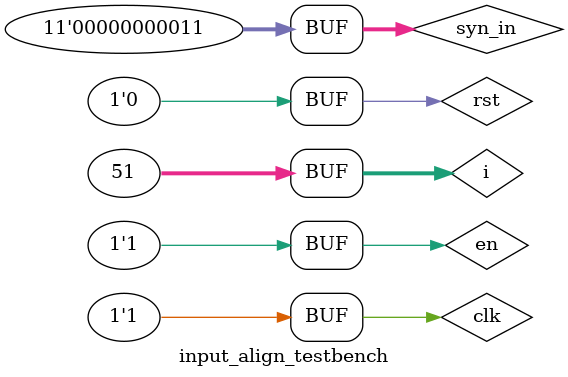
<source format=v>
module input_align(clk, rst, en, synaptic_in, out);
input en, rst, clk;
input [10:0] synaptic_in;
output reg [10:0] out;

reg [10:0] intermediate;

always @ (posedge clk) begin
	if(rst) begin
		intermediate = 0;
	end
	else begin
		intermediate = intermediate + synaptic_in;
		
		if(en) begin
				out = intermediate; // Might be that syn_in belongs to the next sequence of spikes
				intermediate = 0;
		end
	end


end

endmodule 

module input_align_testbench();
	reg en, rst, clk;
	reg [10:0] syn_in;
	wire [10:0] out;
	integer i;
	
	input_align dut (.clk(clk),
						  .en(en),
						  .rst(rst),
						  .synaptic_in(syn_in),
						  .out(out));

	initial begin
		rst = 1'b1;
		en  = 1'b0;    
		
		#20;
		rst = 1'b0;
		syn_in = 3;
		en = 1;
		#20;
		en = 0;
		syn_in = 2;
		#20;
		syn_in = 3;
		#20;
		syn_in = 5;
		#20;
		en = 1;
		syn_in = 1;
		#20;
		syn_in = 2;
		#20;
		syn_in = 3;
		#20;
	end
	
	// Create a clock that switches every 10 timepoints
	initial begin
			clk  = 1'b0;
			for(i = 0; i<=50; i = i+1) begin
				#10 clk = ~clk; 
			end
	end

endmodule 
</source>
